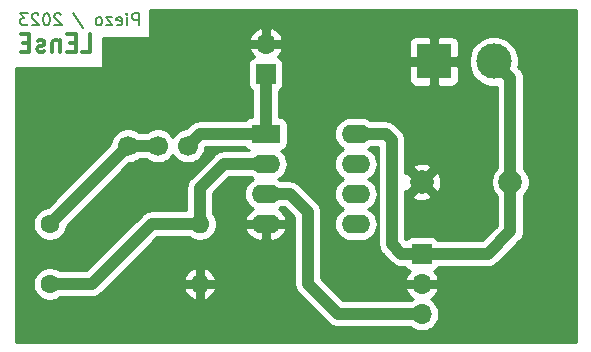
<source format=gbr>
%TF.GenerationSoftware,KiCad,Pcbnew,(5.1.6)-1*%
%TF.CreationDate,2023-06-29T19:29:05+02:00*%
%TF.ProjectId,carteAdaptationPiezo,63617274-6541-4646-9170-746174696f6e,rev?*%
%TF.SameCoordinates,Original*%
%TF.FileFunction,Copper,L2,Bot*%
%TF.FilePolarity,Positive*%
%FSLAX46Y46*%
G04 Gerber Fmt 4.6, Leading zero omitted, Abs format (unit mm)*
G04 Created by KiCad (PCBNEW (5.1.6)-1) date 2023-06-29 19:29:05*
%MOMM*%
%LPD*%
G01*
G04 APERTURE LIST*
%TA.AperFunction,NonConductor*%
%ADD10C,0.300000*%
%TD*%
%TA.AperFunction,NonConductor*%
%ADD11C,0.200000*%
%TD*%
%TA.AperFunction,ComponentPad*%
%ADD12C,2.000000*%
%TD*%
%TA.AperFunction,ComponentPad*%
%ADD13R,1.700000X1.700000*%
%TD*%
%TA.AperFunction,ComponentPad*%
%ADD14O,1.700000X1.700000*%
%TD*%
%TA.AperFunction,ComponentPad*%
%ADD15R,3.000000X3.000000*%
%TD*%
%TA.AperFunction,ComponentPad*%
%ADD16C,3.000000*%
%TD*%
%TA.AperFunction,ComponentPad*%
%ADD17C,1.600000*%
%TD*%
%TA.AperFunction,ComponentPad*%
%ADD18O,1.600000X1.600000*%
%TD*%
%TA.AperFunction,ComponentPad*%
%ADD19C,1.700000*%
%TD*%
%TA.AperFunction,ComponentPad*%
%ADD20R,2.400000X1.600000*%
%TD*%
%TA.AperFunction,ComponentPad*%
%ADD21O,2.400000X1.600000*%
%TD*%
%TA.AperFunction,Conductor*%
%ADD22C,1.000000*%
%TD*%
%TA.AperFunction,Conductor*%
%ADD23C,0.254000*%
%TD*%
G04 APERTURE END LIST*
D10*
X138322571Y-131742571D02*
X139036857Y-131742571D01*
X139036857Y-130242571D01*
X137822571Y-130956857D02*
X137322571Y-130956857D01*
X137108285Y-131742571D02*
X137822571Y-131742571D01*
X137822571Y-130242571D01*
X137108285Y-130242571D01*
X136465428Y-130742571D02*
X136465428Y-131742571D01*
X136465428Y-130885428D02*
X136394000Y-130814000D01*
X136251142Y-130742571D01*
X136036857Y-130742571D01*
X135894000Y-130814000D01*
X135822571Y-130956857D01*
X135822571Y-131742571D01*
X135179714Y-131671142D02*
X135036857Y-131742571D01*
X134751142Y-131742571D01*
X134608285Y-131671142D01*
X134536857Y-131528285D01*
X134536857Y-131456857D01*
X134608285Y-131314000D01*
X134751142Y-131242571D01*
X134965428Y-131242571D01*
X135108285Y-131171142D01*
X135179714Y-131028285D01*
X135179714Y-130956857D01*
X135108285Y-130814000D01*
X134965428Y-130742571D01*
X134751142Y-130742571D01*
X134608285Y-130814000D01*
X133894000Y-130956857D02*
X133394000Y-130956857D01*
X133179714Y-131742571D02*
X133894000Y-131742571D01*
X133894000Y-130242571D01*
X133179714Y-130242571D01*
D11*
X143152190Y-129484380D02*
X143152190Y-128484380D01*
X142771238Y-128484380D01*
X142676000Y-128532000D01*
X142628380Y-128579619D01*
X142580761Y-128674857D01*
X142580761Y-128817714D01*
X142628380Y-128912952D01*
X142676000Y-128960571D01*
X142771238Y-129008190D01*
X143152190Y-129008190D01*
X142152190Y-129484380D02*
X142152190Y-128817714D01*
X142152190Y-128484380D02*
X142199809Y-128532000D01*
X142152190Y-128579619D01*
X142104571Y-128532000D01*
X142152190Y-128484380D01*
X142152190Y-128579619D01*
X141295047Y-129436761D02*
X141390285Y-129484380D01*
X141580761Y-129484380D01*
X141676000Y-129436761D01*
X141723619Y-129341523D01*
X141723619Y-128960571D01*
X141676000Y-128865333D01*
X141580761Y-128817714D01*
X141390285Y-128817714D01*
X141295047Y-128865333D01*
X141247428Y-128960571D01*
X141247428Y-129055809D01*
X141723619Y-129151047D01*
X140914095Y-128817714D02*
X140390285Y-128817714D01*
X140914095Y-129484380D01*
X140390285Y-129484380D01*
X139866476Y-129484380D02*
X139961714Y-129436761D01*
X140009333Y-129389142D01*
X140056952Y-129293904D01*
X140056952Y-129008190D01*
X140009333Y-128912952D01*
X139961714Y-128865333D01*
X139866476Y-128817714D01*
X139723619Y-128817714D01*
X139628380Y-128865333D01*
X139580761Y-128912952D01*
X139533142Y-129008190D01*
X139533142Y-129293904D01*
X139580761Y-129389142D01*
X139628380Y-129436761D01*
X139723619Y-129484380D01*
X139866476Y-129484380D01*
X137628380Y-128436761D02*
X138485523Y-129722476D01*
X136580761Y-128579619D02*
X136533142Y-128532000D01*
X136437904Y-128484380D01*
X136199809Y-128484380D01*
X136104571Y-128532000D01*
X136056952Y-128579619D01*
X136009333Y-128674857D01*
X136009333Y-128770095D01*
X136056952Y-128912952D01*
X136628380Y-129484380D01*
X136009333Y-129484380D01*
X135390285Y-128484380D02*
X135295047Y-128484380D01*
X135199809Y-128532000D01*
X135152190Y-128579619D01*
X135104571Y-128674857D01*
X135056952Y-128865333D01*
X135056952Y-129103428D01*
X135104571Y-129293904D01*
X135152190Y-129389142D01*
X135199809Y-129436761D01*
X135295047Y-129484380D01*
X135390285Y-129484380D01*
X135485523Y-129436761D01*
X135533142Y-129389142D01*
X135580761Y-129293904D01*
X135628380Y-129103428D01*
X135628380Y-128865333D01*
X135580761Y-128674857D01*
X135533142Y-128579619D01*
X135485523Y-128532000D01*
X135390285Y-128484380D01*
X134676000Y-128579619D02*
X134628380Y-128532000D01*
X134533142Y-128484380D01*
X134295047Y-128484380D01*
X134199809Y-128532000D01*
X134152190Y-128579619D01*
X134104571Y-128674857D01*
X134104571Y-128770095D01*
X134152190Y-128912952D01*
X134723619Y-129484380D01*
X134104571Y-129484380D01*
X133771238Y-128484380D02*
X133152190Y-128484380D01*
X133485523Y-128865333D01*
X133342666Y-128865333D01*
X133247428Y-128912952D01*
X133199809Y-128960571D01*
X133152190Y-129055809D01*
X133152190Y-129293904D01*
X133199809Y-129389142D01*
X133247428Y-129436761D01*
X133342666Y-129484380D01*
X133628380Y-129484380D01*
X133723619Y-129436761D01*
X133771238Y-129389142D01*
D12*
%TO.P,C1,1*%
%TO.N,12V*%
X174632000Y-142748000D03*
%TO.P,C1,2*%
%TO.N,GND*%
X167132000Y-142748000D03*
%TD*%
D13*
%TO.P,J1,1*%
%TO.N,12V*%
X167132000Y-148844000D03*
D14*
%TO.P,J1,2*%
%TO.N,GND*%
X167132000Y-151384000D03*
%TO.P,J1,3*%
%TO.N,Net-(J1-Pad3)*%
X167132000Y-153924000D03*
%TD*%
D13*
%TO.P,J2,1*%
%TO.N,Net-(J2-Pad1)*%
X153924000Y-133604000D03*
D14*
%TO.P,J2,2*%
%TO.N,GND*%
X153924000Y-131064000D03*
%TD*%
D15*
%TO.P,J3,1*%
%TO.N,GND*%
X168148000Y-132549001D03*
D16*
%TO.P,J3,2*%
%TO.N,12V*%
X173228000Y-132549001D03*
%TD*%
D17*
%TO.P,R1,1*%
%TO.N,Net-(R1-Pad1)*%
X135636000Y-151384000D03*
D18*
%TO.P,R1,2*%
%TO.N,GND*%
X148336000Y-151384000D03*
%TD*%
%TO.P,R2,2*%
%TO.N,Net-(R1-Pad1)*%
X148336000Y-146304000D03*
D17*
%TO.P,R2,1*%
%TO.N,Net-(R2-Pad1)*%
X135636000Y-146304000D03*
%TD*%
D19*
%TO.P,RV1,1*%
%TO.N,Net-(J2-Pad1)*%
X147320000Y-139700000D03*
%TO.P,RV1,2*%
%TO.N,Net-(R2-Pad1)*%
X144780000Y-139700000D03*
%TO.P,RV1,3*%
X142240000Y-139700000D03*
%TD*%
D20*
%TO.P,U1,1*%
%TO.N,Net-(J2-Pad1)*%
X153924000Y-138684000D03*
D21*
%TO.P,U1,5*%
%TO.N,N/C*%
X161544000Y-146304000D03*
%TO.P,U1,2*%
%TO.N,Net-(R1-Pad1)*%
X153924000Y-141224000D03*
%TO.P,U1,6*%
%TO.N,N/C*%
X161544000Y-143764000D03*
%TO.P,U1,3*%
%TO.N,Net-(J1-Pad3)*%
X153924000Y-143764000D03*
%TO.P,U1,7*%
%TO.N,N/C*%
X161544000Y-141224000D03*
%TO.P,U1,4*%
%TO.N,GND*%
X153924000Y-146304000D03*
%TO.P,U1,8*%
%TO.N,12V*%
X161544000Y-138684000D03*
%TD*%
D22*
%TO.N,12V*%
X174632000Y-133953001D02*
X173228000Y-132549001D01*
X174632000Y-142748000D02*
X174632000Y-133953001D01*
X161544000Y-138684000D02*
X164084000Y-138684000D01*
X164084000Y-138684000D02*
X164592000Y-139192000D01*
X165398000Y-148844000D02*
X167132000Y-148844000D01*
X164592000Y-148038000D02*
X165398000Y-148844000D01*
X164592000Y-139192000D02*
X164592000Y-148038000D01*
X167132000Y-148844000D02*
X172720000Y-148844000D01*
X174632000Y-146932000D02*
X174632000Y-142748000D01*
X172720000Y-148844000D02*
X174632000Y-146932000D01*
%TO.N,Net-(J1-Pad3)*%
X157480000Y-151384000D02*
X160020000Y-153924000D01*
X157480000Y-145288000D02*
X157480000Y-151384000D01*
X153924000Y-143764000D02*
X155956000Y-143764000D01*
X160020000Y-153924000D02*
X167132000Y-153924000D01*
X155956000Y-143764000D02*
X157480000Y-145288000D01*
%TO.N,Net-(J2-Pad1)*%
X153924000Y-133604000D02*
X153924000Y-138684000D01*
X147320000Y-139700000D02*
X148336000Y-138684000D01*
X148336000Y-138684000D02*
X153924000Y-138684000D01*
%TO.N,Net-(R1-Pad1)*%
X135636000Y-151384000D02*
X139192000Y-151384000D01*
X144272000Y-146304000D02*
X148336000Y-146304000D01*
X139192000Y-151384000D02*
X144272000Y-146304000D01*
X148336000Y-146304000D02*
X148336000Y-143256000D01*
X150368000Y-141224000D02*
X153924000Y-141224000D01*
X148336000Y-143256000D02*
X150368000Y-141224000D01*
%TO.N,Net-(R2-Pad1)*%
X144780000Y-139700000D02*
X142240000Y-139700000D01*
X135636000Y-146304000D02*
X142240000Y-139700000D01*
%TD*%
D23*
%TO.N,GND*%
G36*
X180188001Y-156312000D02*
G01*
X132740000Y-156312000D01*
X132740000Y-146162665D01*
X134201000Y-146162665D01*
X134201000Y-146445335D01*
X134256147Y-146722574D01*
X134364320Y-146983727D01*
X134521363Y-147218759D01*
X134721241Y-147418637D01*
X134956273Y-147575680D01*
X135217426Y-147683853D01*
X135494665Y-147739000D01*
X135777335Y-147739000D01*
X136054574Y-147683853D01*
X136315727Y-147575680D01*
X136550759Y-147418637D01*
X136750637Y-147218759D01*
X136907680Y-146983727D01*
X137015853Y-146722574D01*
X137063850Y-146481281D01*
X142360132Y-141185000D01*
X142386260Y-141185000D01*
X142673158Y-141127932D01*
X142943411Y-141015990D01*
X143186632Y-140853475D01*
X143205107Y-140835000D01*
X143814893Y-140835000D01*
X143833368Y-140853475D01*
X144076589Y-141015990D01*
X144346842Y-141127932D01*
X144633740Y-141185000D01*
X144926260Y-141185000D01*
X145213158Y-141127932D01*
X145483411Y-141015990D01*
X145726632Y-140853475D01*
X145933475Y-140646632D01*
X146050000Y-140472240D01*
X146166525Y-140646632D01*
X146373368Y-140853475D01*
X146616589Y-141015990D01*
X146886842Y-141127932D01*
X147173740Y-141185000D01*
X147466260Y-141185000D01*
X147753158Y-141127932D01*
X148023411Y-141015990D01*
X148266632Y-140853475D01*
X148473475Y-140646632D01*
X148635990Y-140403411D01*
X148747932Y-140133158D01*
X148805000Y-139846260D01*
X148805000Y-139820132D01*
X148806132Y-139819000D01*
X152183043Y-139819000D01*
X152193463Y-139838494D01*
X152272815Y-139935185D01*
X152369506Y-140014537D01*
X152479820Y-140073502D01*
X152530910Y-140089000D01*
X150423751Y-140089000D01*
X150368000Y-140083509D01*
X150312248Y-140089000D01*
X150145501Y-140105423D01*
X149931553Y-140170324D01*
X149734377Y-140275716D01*
X149561551Y-140417551D01*
X149526009Y-140460859D01*
X147572860Y-142414009D01*
X147529552Y-142449551D01*
X147387717Y-142622377D01*
X147340709Y-142710324D01*
X147282324Y-142819554D01*
X147217423Y-143033502D01*
X147195509Y-143256000D01*
X147201001Y-143311761D01*
X147201000Y-145169000D01*
X144327751Y-145169000D01*
X144272000Y-145163509D01*
X144216248Y-145169000D01*
X144049501Y-145185423D01*
X143835553Y-145250324D01*
X143638377Y-145355716D01*
X143465551Y-145497551D01*
X143430011Y-145540857D01*
X138721869Y-150249000D01*
X136520284Y-150249000D01*
X136315727Y-150112320D01*
X136054574Y-150004147D01*
X135777335Y-149949000D01*
X135494665Y-149949000D01*
X135217426Y-150004147D01*
X134956273Y-150112320D01*
X134721241Y-150269363D01*
X134521363Y-150469241D01*
X134364320Y-150704273D01*
X134256147Y-150965426D01*
X134201000Y-151242665D01*
X134201000Y-151525335D01*
X134256147Y-151802574D01*
X134364320Y-152063727D01*
X134521363Y-152298759D01*
X134721241Y-152498637D01*
X134956273Y-152655680D01*
X135217426Y-152763853D01*
X135494665Y-152819000D01*
X135777335Y-152819000D01*
X136054574Y-152763853D01*
X136315727Y-152655680D01*
X136520284Y-152519000D01*
X139136249Y-152519000D01*
X139192000Y-152524491D01*
X139247751Y-152519000D01*
X139247752Y-152519000D01*
X139414499Y-152502577D01*
X139628447Y-152437676D01*
X139825623Y-152332284D01*
X139998449Y-152190449D01*
X140033996Y-152147135D01*
X140307108Y-151874023D01*
X146987259Y-151874023D01*
X147035790Y-151991212D01*
X147179234Y-152233203D01*
X147367132Y-152442560D01*
X147592263Y-152611237D01*
X147845976Y-152732752D01*
X148063000Y-152634053D01*
X148063000Y-151657000D01*
X148609000Y-151657000D01*
X148609000Y-152634053D01*
X148826024Y-152732752D01*
X149079737Y-152611237D01*
X149304868Y-152442560D01*
X149492766Y-152233203D01*
X149636210Y-151991212D01*
X149684741Y-151874023D01*
X149582710Y-151657000D01*
X148609000Y-151657000D01*
X148063000Y-151657000D01*
X147089290Y-151657000D01*
X146987259Y-151874023D01*
X140307108Y-151874023D01*
X141287154Y-150893977D01*
X146987259Y-150893977D01*
X147089290Y-151111000D01*
X148063000Y-151111000D01*
X148063000Y-150133947D01*
X148609000Y-150133947D01*
X148609000Y-151111000D01*
X149582710Y-151111000D01*
X149684741Y-150893977D01*
X149636210Y-150776788D01*
X149492766Y-150534797D01*
X149304868Y-150325440D01*
X149079737Y-150156763D01*
X148826024Y-150035248D01*
X148609000Y-150133947D01*
X148063000Y-150133947D01*
X147845976Y-150035248D01*
X147592263Y-150156763D01*
X147367132Y-150325440D01*
X147179234Y-150534797D01*
X147035790Y-150776788D01*
X146987259Y-150893977D01*
X141287154Y-150893977D01*
X144742132Y-147439000D01*
X147451716Y-147439000D01*
X147656273Y-147575680D01*
X147917426Y-147683853D01*
X148194665Y-147739000D01*
X148477335Y-147739000D01*
X148754574Y-147683853D01*
X149015727Y-147575680D01*
X149250759Y-147418637D01*
X149450637Y-147218759D01*
X149607680Y-146983727D01*
X149686257Y-146794023D01*
X152175259Y-146794023D01*
X152263064Y-147025145D01*
X152427981Y-147257285D01*
X152635017Y-147452791D01*
X152876217Y-147604149D01*
X153142310Y-147705543D01*
X153423072Y-147753077D01*
X153651000Y-147592275D01*
X153651000Y-146577000D01*
X154197000Y-146577000D01*
X154197000Y-147592275D01*
X154424928Y-147753077D01*
X154705690Y-147705543D01*
X154971783Y-147604149D01*
X155212983Y-147452791D01*
X155420019Y-147257285D01*
X155584936Y-147025145D01*
X155672741Y-146794023D01*
X155570710Y-146577000D01*
X154197000Y-146577000D01*
X153651000Y-146577000D01*
X152277290Y-146577000D01*
X152175259Y-146794023D01*
X149686257Y-146794023D01*
X149715853Y-146722574D01*
X149771000Y-146445335D01*
X149771000Y-146162665D01*
X149715853Y-145885426D01*
X149607680Y-145624273D01*
X149471000Y-145419716D01*
X149471000Y-143726131D01*
X150838132Y-142359000D01*
X152644998Y-142359000D01*
X152722899Y-142422932D01*
X152855858Y-142494000D01*
X152722899Y-142565068D01*
X152504392Y-142744392D01*
X152325068Y-142962899D01*
X152191818Y-143212192D01*
X152109764Y-143482691D01*
X152082057Y-143764000D01*
X152109764Y-144045309D01*
X152191818Y-144315808D01*
X152325068Y-144565101D01*
X152504392Y-144783608D01*
X152722899Y-144962932D01*
X152840907Y-145026009D01*
X152635017Y-145155209D01*
X152427981Y-145350715D01*
X152263064Y-145582855D01*
X152175259Y-145813977D01*
X152277290Y-146031000D01*
X153651000Y-146031000D01*
X153651000Y-146011000D01*
X154197000Y-146011000D01*
X154197000Y-146031000D01*
X155570710Y-146031000D01*
X155672741Y-145813977D01*
X155584936Y-145582855D01*
X155420019Y-145350715D01*
X155212983Y-145155209D01*
X155007093Y-145026009D01*
X155125101Y-144962932D01*
X155203002Y-144899000D01*
X155485869Y-144899000D01*
X156345000Y-145758132D01*
X156345001Y-151328239D01*
X156339509Y-151384000D01*
X156361423Y-151606498D01*
X156426324Y-151820446D01*
X156475384Y-151912230D01*
X156531717Y-152017623D01*
X156673552Y-152190449D01*
X156716860Y-152225991D01*
X159178009Y-154687141D01*
X159213551Y-154730449D01*
X159386377Y-154872284D01*
X159583553Y-154977676D01*
X159797501Y-155042577D01*
X159964248Y-155059000D01*
X159964257Y-155059000D01*
X160019999Y-155064490D01*
X160075741Y-155059000D01*
X166166893Y-155059000D01*
X166185368Y-155077475D01*
X166428589Y-155239990D01*
X166698842Y-155351932D01*
X166985740Y-155409000D01*
X167278260Y-155409000D01*
X167565158Y-155351932D01*
X167835411Y-155239990D01*
X168078632Y-155077475D01*
X168285475Y-154870632D01*
X168447990Y-154627411D01*
X168559932Y-154357158D01*
X168617000Y-154070260D01*
X168617000Y-153777740D01*
X168559932Y-153490842D01*
X168447990Y-153220589D01*
X168285475Y-152977368D01*
X168078632Y-152770525D01*
X167902067Y-152652548D01*
X168127462Y-152485958D01*
X168323316Y-152270579D01*
X168473388Y-152021129D01*
X168531012Y-151881985D01*
X168429848Y-151657000D01*
X167405000Y-151657000D01*
X167405000Y-151677000D01*
X166859000Y-151677000D01*
X166859000Y-151657000D01*
X165834152Y-151657000D01*
X165732988Y-151881985D01*
X165790612Y-152021129D01*
X165940684Y-152270579D01*
X166136538Y-152485958D01*
X166361933Y-152652548D01*
X166185368Y-152770525D01*
X166166893Y-152789000D01*
X160490132Y-152789000D01*
X158615000Y-150913869D01*
X158615000Y-145343741D01*
X158620490Y-145287999D01*
X158615000Y-145232257D01*
X158615000Y-145232248D01*
X158598577Y-145065501D01*
X158533676Y-144851553D01*
X158428284Y-144654377D01*
X158286449Y-144481551D01*
X158243140Y-144446009D01*
X156797996Y-143000865D01*
X156762449Y-142957551D01*
X156589623Y-142815716D01*
X156392447Y-142710324D01*
X156178499Y-142645423D01*
X156011752Y-142629000D01*
X156011751Y-142629000D01*
X155956000Y-142623509D01*
X155900249Y-142629000D01*
X155203002Y-142629000D01*
X155125101Y-142565068D01*
X154992142Y-142494000D01*
X155125101Y-142422932D01*
X155343608Y-142243608D01*
X155522932Y-142025101D01*
X155656182Y-141775808D01*
X155738236Y-141505309D01*
X155765943Y-141224000D01*
X155738236Y-140942691D01*
X155656182Y-140672192D01*
X155522932Y-140422899D01*
X155343608Y-140204392D01*
X155230518Y-140111581D01*
X155248482Y-140109812D01*
X155368180Y-140073502D01*
X155478494Y-140014537D01*
X155575185Y-139935185D01*
X155654537Y-139838494D01*
X155713502Y-139728180D01*
X155749812Y-139608482D01*
X155762072Y-139484000D01*
X155762072Y-138684000D01*
X159702057Y-138684000D01*
X159729764Y-138965309D01*
X159811818Y-139235808D01*
X159945068Y-139485101D01*
X160124392Y-139703608D01*
X160342899Y-139882932D01*
X160475858Y-139954000D01*
X160342899Y-140025068D01*
X160124392Y-140204392D01*
X159945068Y-140422899D01*
X159811818Y-140672192D01*
X159729764Y-140942691D01*
X159702057Y-141224000D01*
X159729764Y-141505309D01*
X159811818Y-141775808D01*
X159945068Y-142025101D01*
X160124392Y-142243608D01*
X160342899Y-142422932D01*
X160475858Y-142494000D01*
X160342899Y-142565068D01*
X160124392Y-142744392D01*
X159945068Y-142962899D01*
X159811818Y-143212192D01*
X159729764Y-143482691D01*
X159702057Y-143764000D01*
X159729764Y-144045309D01*
X159811818Y-144315808D01*
X159945068Y-144565101D01*
X160124392Y-144783608D01*
X160342899Y-144962932D01*
X160475858Y-145034000D01*
X160342899Y-145105068D01*
X160124392Y-145284392D01*
X159945068Y-145502899D01*
X159811818Y-145752192D01*
X159729764Y-146022691D01*
X159702057Y-146304000D01*
X159729764Y-146585309D01*
X159811818Y-146855808D01*
X159945068Y-147105101D01*
X160124392Y-147323608D01*
X160342899Y-147502932D01*
X160592192Y-147636182D01*
X160862691Y-147718236D01*
X161073508Y-147739000D01*
X162014492Y-147739000D01*
X162225309Y-147718236D01*
X162495808Y-147636182D01*
X162745101Y-147502932D01*
X162963608Y-147323608D01*
X163142932Y-147105101D01*
X163276182Y-146855808D01*
X163358236Y-146585309D01*
X163385943Y-146304000D01*
X163358236Y-146022691D01*
X163276182Y-145752192D01*
X163142932Y-145502899D01*
X162963608Y-145284392D01*
X162745101Y-145105068D01*
X162612142Y-145034000D01*
X162745101Y-144962932D01*
X162963608Y-144783608D01*
X163142932Y-144565101D01*
X163276182Y-144315808D01*
X163358236Y-144045309D01*
X163385943Y-143764000D01*
X163358236Y-143482691D01*
X163276182Y-143212192D01*
X163142932Y-142962899D01*
X162963608Y-142744392D01*
X162745101Y-142565068D01*
X162612142Y-142494000D01*
X162745101Y-142422932D01*
X162963608Y-142243608D01*
X163142932Y-142025101D01*
X163276182Y-141775808D01*
X163358236Y-141505309D01*
X163385943Y-141224000D01*
X163358236Y-140942691D01*
X163276182Y-140672192D01*
X163142932Y-140422899D01*
X162963608Y-140204392D01*
X162745101Y-140025068D01*
X162612142Y-139954000D01*
X162745101Y-139882932D01*
X162823002Y-139819000D01*
X163457000Y-139819000D01*
X163457001Y-147982239D01*
X163451509Y-148038000D01*
X163473423Y-148260498D01*
X163538324Y-148474446D01*
X163538325Y-148474447D01*
X163643717Y-148671623D01*
X163785552Y-148844449D01*
X163828860Y-148879991D01*
X164556008Y-149607140D01*
X164591551Y-149650449D01*
X164764377Y-149792284D01*
X164961553Y-149897676D01*
X165095076Y-149938180D01*
X165175500Y-149962577D01*
X165397999Y-149984491D01*
X165453751Y-149979000D01*
X165714317Y-149979000D01*
X165751463Y-150048494D01*
X165830815Y-150145185D01*
X165927506Y-150224537D01*
X166037820Y-150283502D01*
X166114154Y-150306658D01*
X165940684Y-150497421D01*
X165790612Y-150746871D01*
X165732988Y-150886015D01*
X165834152Y-151111000D01*
X166859000Y-151111000D01*
X166859000Y-151091000D01*
X167405000Y-151091000D01*
X167405000Y-151111000D01*
X168429848Y-151111000D01*
X168531012Y-150886015D01*
X168473388Y-150746871D01*
X168323316Y-150497421D01*
X168149846Y-150306658D01*
X168226180Y-150283502D01*
X168336494Y-150224537D01*
X168433185Y-150145185D01*
X168512537Y-150048494D01*
X168549683Y-149979000D01*
X172664249Y-149979000D01*
X172720000Y-149984491D01*
X172775751Y-149979000D01*
X172775752Y-149979000D01*
X172942499Y-149962577D01*
X173156447Y-149897676D01*
X173353623Y-149792284D01*
X173526449Y-149650449D01*
X173561996Y-149607135D01*
X175395141Y-147773991D01*
X175438449Y-147738449D01*
X175580284Y-147565623D01*
X175685676Y-147368447D01*
X175750577Y-147154499D01*
X175767000Y-146987752D01*
X175767000Y-146987743D01*
X175772490Y-146932001D01*
X175767000Y-146876259D01*
X175767000Y-143925239D01*
X175901987Y-143790252D01*
X176080918Y-143522463D01*
X176204168Y-143224912D01*
X176267000Y-142909033D01*
X176267000Y-142586967D01*
X176204168Y-142271088D01*
X176080918Y-141973537D01*
X175901987Y-141705748D01*
X175767000Y-141570761D01*
X175767000Y-134008753D01*
X175772491Y-133953001D01*
X175750577Y-133730502D01*
X175685676Y-133516554D01*
X175580284Y-133319378D01*
X175574347Y-133312144D01*
X175438449Y-133146552D01*
X175395140Y-133111009D01*
X175309977Y-133025846D01*
X175363000Y-132759280D01*
X175363000Y-132338722D01*
X175280953Y-131926245D01*
X175120012Y-131537699D01*
X174886363Y-131188018D01*
X174588983Y-130890638D01*
X174239302Y-130656989D01*
X173850756Y-130496048D01*
X173438279Y-130414001D01*
X173017721Y-130414001D01*
X172605244Y-130496048D01*
X172216698Y-130656989D01*
X171867017Y-130890638D01*
X171569637Y-131188018D01*
X171335988Y-131537699D01*
X171175047Y-131926245D01*
X171093000Y-132338722D01*
X171093000Y-132759280D01*
X171175047Y-133171757D01*
X171335988Y-133560303D01*
X171569637Y-133909984D01*
X171867017Y-134207364D01*
X172216698Y-134441013D01*
X172605244Y-134601954D01*
X173017721Y-134684001D01*
X173438279Y-134684001D01*
X173497001Y-134672320D01*
X173497000Y-141570761D01*
X173362013Y-141705748D01*
X173183082Y-141973537D01*
X173059832Y-142271088D01*
X172997000Y-142586967D01*
X172997000Y-142909033D01*
X173059832Y-143224912D01*
X173183082Y-143522463D01*
X173362013Y-143790252D01*
X173497001Y-143925240D01*
X173497000Y-146461868D01*
X172249869Y-147709000D01*
X168549683Y-147709000D01*
X168512537Y-147639506D01*
X168433185Y-147542815D01*
X168336494Y-147463463D01*
X168226180Y-147404498D01*
X168106482Y-147368188D01*
X167982000Y-147355928D01*
X166282000Y-147355928D01*
X166157518Y-147368188D01*
X166037820Y-147404498D01*
X165927506Y-147463463D01*
X165830815Y-147542815D01*
X165772727Y-147613596D01*
X165727000Y-147567869D01*
X165727000Y-143972594D01*
X166293487Y-143972594D01*
X166400608Y-144219130D01*
X166701665Y-144333550D01*
X167019259Y-144387038D01*
X167341186Y-144377540D01*
X167655074Y-144305418D01*
X167863392Y-144219130D01*
X167970513Y-143972594D01*
X167132000Y-143134080D01*
X166293487Y-143972594D01*
X165727000Y-143972594D01*
X165727000Y-143508126D01*
X165907406Y-143586513D01*
X166745920Y-142748000D01*
X167518080Y-142748000D01*
X168356594Y-143586513D01*
X168603130Y-143479392D01*
X168717550Y-143178335D01*
X168771038Y-142860741D01*
X168761540Y-142538814D01*
X168689418Y-142224926D01*
X168603130Y-142016608D01*
X168356594Y-141909487D01*
X167518080Y-142748000D01*
X166745920Y-142748000D01*
X165907406Y-141909487D01*
X165727000Y-141987874D01*
X165727000Y-141523406D01*
X166293487Y-141523406D01*
X167132000Y-142361920D01*
X167970513Y-141523406D01*
X167863392Y-141276870D01*
X167562335Y-141162450D01*
X167244741Y-141108962D01*
X166922814Y-141118460D01*
X166608926Y-141190582D01*
X166400608Y-141276870D01*
X166293487Y-141523406D01*
X165727000Y-141523406D01*
X165727000Y-139247741D01*
X165732490Y-139191999D01*
X165727000Y-139136257D01*
X165727000Y-139136248D01*
X165710577Y-138969501D01*
X165645676Y-138755553D01*
X165540284Y-138558377D01*
X165398449Y-138385551D01*
X165355135Y-138350004D01*
X164925996Y-137920865D01*
X164890449Y-137877551D01*
X164717623Y-137735716D01*
X164520447Y-137630324D01*
X164306499Y-137565423D01*
X164139752Y-137549000D01*
X164139751Y-137549000D01*
X164084000Y-137543509D01*
X164028249Y-137549000D01*
X162823002Y-137549000D01*
X162745101Y-137485068D01*
X162495808Y-137351818D01*
X162225309Y-137269764D01*
X162014492Y-137249000D01*
X161073508Y-137249000D01*
X160862691Y-137269764D01*
X160592192Y-137351818D01*
X160342899Y-137485068D01*
X160124392Y-137664392D01*
X159945068Y-137882899D01*
X159811818Y-138132192D01*
X159729764Y-138402691D01*
X159702057Y-138684000D01*
X155762072Y-138684000D01*
X155762072Y-137884000D01*
X155749812Y-137759518D01*
X155713502Y-137639820D01*
X155654537Y-137529506D01*
X155575185Y-137432815D01*
X155478494Y-137353463D01*
X155368180Y-137294498D01*
X155248482Y-137258188D01*
X155124000Y-137245928D01*
X155059000Y-137245928D01*
X155059000Y-135021683D01*
X155128494Y-134984537D01*
X155225185Y-134905185D01*
X155304537Y-134808494D01*
X155363502Y-134698180D01*
X155399812Y-134578482D01*
X155412072Y-134454000D01*
X155412072Y-134049001D01*
X166009928Y-134049001D01*
X166022188Y-134173483D01*
X166058498Y-134293181D01*
X166117463Y-134403495D01*
X166196815Y-134500186D01*
X166293506Y-134579538D01*
X166403820Y-134638503D01*
X166523518Y-134674813D01*
X166648000Y-134687073D01*
X167716250Y-134684001D01*
X167875000Y-134525251D01*
X167875000Y-132822001D01*
X168421000Y-132822001D01*
X168421000Y-134525251D01*
X168579750Y-134684001D01*
X169648000Y-134687073D01*
X169772482Y-134674813D01*
X169892180Y-134638503D01*
X170002494Y-134579538D01*
X170099185Y-134500186D01*
X170178537Y-134403495D01*
X170237502Y-134293181D01*
X170273812Y-134173483D01*
X170286072Y-134049001D01*
X170283000Y-132980751D01*
X170124250Y-132822001D01*
X168421000Y-132822001D01*
X167875000Y-132822001D01*
X166171750Y-132822001D01*
X166013000Y-132980751D01*
X166009928Y-134049001D01*
X155412072Y-134049001D01*
X155412072Y-132754000D01*
X155399812Y-132629518D01*
X155363502Y-132509820D01*
X155304537Y-132399506D01*
X155225185Y-132302815D01*
X155128494Y-132223463D01*
X155018180Y-132164498D01*
X154941846Y-132141342D01*
X155115316Y-131950579D01*
X155265388Y-131701129D01*
X155323012Y-131561985D01*
X155221848Y-131337000D01*
X154197000Y-131337000D01*
X154197000Y-131357000D01*
X153651000Y-131357000D01*
X153651000Y-131337000D01*
X152626152Y-131337000D01*
X152524988Y-131561985D01*
X152582612Y-131701129D01*
X152732684Y-131950579D01*
X152906154Y-132141342D01*
X152829820Y-132164498D01*
X152719506Y-132223463D01*
X152622815Y-132302815D01*
X152543463Y-132399506D01*
X152484498Y-132509820D01*
X152448188Y-132629518D01*
X152435928Y-132754000D01*
X152435928Y-134454000D01*
X152448188Y-134578482D01*
X152484498Y-134698180D01*
X152543463Y-134808494D01*
X152622815Y-134905185D01*
X152719506Y-134984537D01*
X152789000Y-135021683D01*
X152789001Y-137245928D01*
X152724000Y-137245928D01*
X152599518Y-137258188D01*
X152479820Y-137294498D01*
X152369506Y-137353463D01*
X152272815Y-137432815D01*
X152193463Y-137529506D01*
X152183043Y-137549000D01*
X148391751Y-137549000D01*
X148336000Y-137543509D01*
X148280248Y-137549000D01*
X148113501Y-137565423D01*
X147899553Y-137630324D01*
X147702377Y-137735716D01*
X147529551Y-137877551D01*
X147494008Y-137920860D01*
X147199868Y-138215000D01*
X147173740Y-138215000D01*
X146886842Y-138272068D01*
X146616589Y-138384010D01*
X146373368Y-138546525D01*
X146166525Y-138753368D01*
X146050000Y-138927760D01*
X145933475Y-138753368D01*
X145726632Y-138546525D01*
X145483411Y-138384010D01*
X145213158Y-138272068D01*
X144926260Y-138215000D01*
X144633740Y-138215000D01*
X144346842Y-138272068D01*
X144076589Y-138384010D01*
X143833368Y-138546525D01*
X143814893Y-138565000D01*
X143205107Y-138565000D01*
X143186632Y-138546525D01*
X142943411Y-138384010D01*
X142673158Y-138272068D01*
X142386260Y-138215000D01*
X142093740Y-138215000D01*
X141806842Y-138272068D01*
X141536589Y-138384010D01*
X141293368Y-138546525D01*
X141086525Y-138753368D01*
X140924010Y-138996589D01*
X140812068Y-139266842D01*
X140755000Y-139553740D01*
X140755000Y-139579868D01*
X135458719Y-144876150D01*
X135217426Y-144924147D01*
X134956273Y-145032320D01*
X134721241Y-145189363D01*
X134521363Y-145389241D01*
X134364320Y-145624273D01*
X134256147Y-145885426D01*
X134201000Y-146162665D01*
X132740000Y-146162665D01*
X132740000Y-133094000D01*
X140179000Y-133094000D01*
X140179000Y-131049001D01*
X166009928Y-131049001D01*
X166013000Y-132117251D01*
X166171750Y-132276001D01*
X167875000Y-132276001D01*
X167875000Y-130572751D01*
X168421000Y-130572751D01*
X168421000Y-132276001D01*
X170124250Y-132276001D01*
X170283000Y-132117251D01*
X170286072Y-131049001D01*
X170273812Y-130924519D01*
X170237502Y-130804821D01*
X170178537Y-130694507D01*
X170099185Y-130597816D01*
X170002494Y-130518464D01*
X169892180Y-130459499D01*
X169772482Y-130423189D01*
X169648000Y-130410929D01*
X168579750Y-130414001D01*
X168421000Y-130572751D01*
X167875000Y-130572751D01*
X167716250Y-130414001D01*
X166648000Y-130410929D01*
X166523518Y-130423189D01*
X166403820Y-130459499D01*
X166293506Y-130518464D01*
X166196815Y-130597816D01*
X166117463Y-130694507D01*
X166058498Y-130804821D01*
X166022188Y-130924519D01*
X166009928Y-131049001D01*
X140179000Y-131049001D01*
X140179000Y-130597000D01*
X144125286Y-130597000D01*
X144125286Y-130566015D01*
X152524988Y-130566015D01*
X152626152Y-130791000D01*
X153651000Y-130791000D01*
X153651000Y-129763049D01*
X154197000Y-129763049D01*
X154197000Y-130791000D01*
X155221848Y-130791000D01*
X155323012Y-130566015D01*
X155265388Y-130426871D01*
X155115316Y-130177421D01*
X154919462Y-129962042D01*
X154685353Y-129789011D01*
X154421986Y-129664977D01*
X154197000Y-129763049D01*
X153651000Y-129763049D01*
X153426014Y-129664977D01*
X153162647Y-129789011D01*
X152928538Y-129962042D01*
X152732684Y-130177421D01*
X152582612Y-130426871D01*
X152524988Y-130566015D01*
X144125286Y-130566015D01*
X144125286Y-128168000D01*
X180188000Y-128168000D01*
X180188001Y-156312000D01*
G37*
X180188001Y-156312000D02*
X132740000Y-156312000D01*
X132740000Y-146162665D01*
X134201000Y-146162665D01*
X134201000Y-146445335D01*
X134256147Y-146722574D01*
X134364320Y-146983727D01*
X134521363Y-147218759D01*
X134721241Y-147418637D01*
X134956273Y-147575680D01*
X135217426Y-147683853D01*
X135494665Y-147739000D01*
X135777335Y-147739000D01*
X136054574Y-147683853D01*
X136315727Y-147575680D01*
X136550759Y-147418637D01*
X136750637Y-147218759D01*
X136907680Y-146983727D01*
X137015853Y-146722574D01*
X137063850Y-146481281D01*
X142360132Y-141185000D01*
X142386260Y-141185000D01*
X142673158Y-141127932D01*
X142943411Y-141015990D01*
X143186632Y-140853475D01*
X143205107Y-140835000D01*
X143814893Y-140835000D01*
X143833368Y-140853475D01*
X144076589Y-141015990D01*
X144346842Y-141127932D01*
X144633740Y-141185000D01*
X144926260Y-141185000D01*
X145213158Y-141127932D01*
X145483411Y-141015990D01*
X145726632Y-140853475D01*
X145933475Y-140646632D01*
X146050000Y-140472240D01*
X146166525Y-140646632D01*
X146373368Y-140853475D01*
X146616589Y-141015990D01*
X146886842Y-141127932D01*
X147173740Y-141185000D01*
X147466260Y-141185000D01*
X147753158Y-141127932D01*
X148023411Y-141015990D01*
X148266632Y-140853475D01*
X148473475Y-140646632D01*
X148635990Y-140403411D01*
X148747932Y-140133158D01*
X148805000Y-139846260D01*
X148805000Y-139820132D01*
X148806132Y-139819000D01*
X152183043Y-139819000D01*
X152193463Y-139838494D01*
X152272815Y-139935185D01*
X152369506Y-140014537D01*
X152479820Y-140073502D01*
X152530910Y-140089000D01*
X150423751Y-140089000D01*
X150368000Y-140083509D01*
X150312248Y-140089000D01*
X150145501Y-140105423D01*
X149931553Y-140170324D01*
X149734377Y-140275716D01*
X149561551Y-140417551D01*
X149526009Y-140460859D01*
X147572860Y-142414009D01*
X147529552Y-142449551D01*
X147387717Y-142622377D01*
X147340709Y-142710324D01*
X147282324Y-142819554D01*
X147217423Y-143033502D01*
X147195509Y-143256000D01*
X147201001Y-143311761D01*
X147201000Y-145169000D01*
X144327751Y-145169000D01*
X144272000Y-145163509D01*
X144216248Y-145169000D01*
X144049501Y-145185423D01*
X143835553Y-145250324D01*
X143638377Y-145355716D01*
X143465551Y-145497551D01*
X143430011Y-145540857D01*
X138721869Y-150249000D01*
X136520284Y-150249000D01*
X136315727Y-150112320D01*
X136054574Y-150004147D01*
X135777335Y-149949000D01*
X135494665Y-149949000D01*
X135217426Y-150004147D01*
X134956273Y-150112320D01*
X134721241Y-150269363D01*
X134521363Y-150469241D01*
X134364320Y-150704273D01*
X134256147Y-150965426D01*
X134201000Y-151242665D01*
X134201000Y-151525335D01*
X134256147Y-151802574D01*
X134364320Y-152063727D01*
X134521363Y-152298759D01*
X134721241Y-152498637D01*
X134956273Y-152655680D01*
X135217426Y-152763853D01*
X135494665Y-152819000D01*
X135777335Y-152819000D01*
X136054574Y-152763853D01*
X136315727Y-152655680D01*
X136520284Y-152519000D01*
X139136249Y-152519000D01*
X139192000Y-152524491D01*
X139247751Y-152519000D01*
X139247752Y-152519000D01*
X139414499Y-152502577D01*
X139628447Y-152437676D01*
X139825623Y-152332284D01*
X139998449Y-152190449D01*
X140033996Y-152147135D01*
X140307108Y-151874023D01*
X146987259Y-151874023D01*
X147035790Y-151991212D01*
X147179234Y-152233203D01*
X147367132Y-152442560D01*
X147592263Y-152611237D01*
X147845976Y-152732752D01*
X148063000Y-152634053D01*
X148063000Y-151657000D01*
X148609000Y-151657000D01*
X148609000Y-152634053D01*
X148826024Y-152732752D01*
X149079737Y-152611237D01*
X149304868Y-152442560D01*
X149492766Y-152233203D01*
X149636210Y-151991212D01*
X149684741Y-151874023D01*
X149582710Y-151657000D01*
X148609000Y-151657000D01*
X148063000Y-151657000D01*
X147089290Y-151657000D01*
X146987259Y-151874023D01*
X140307108Y-151874023D01*
X141287154Y-150893977D01*
X146987259Y-150893977D01*
X147089290Y-151111000D01*
X148063000Y-151111000D01*
X148063000Y-150133947D01*
X148609000Y-150133947D01*
X148609000Y-151111000D01*
X149582710Y-151111000D01*
X149684741Y-150893977D01*
X149636210Y-150776788D01*
X149492766Y-150534797D01*
X149304868Y-150325440D01*
X149079737Y-150156763D01*
X148826024Y-150035248D01*
X148609000Y-150133947D01*
X148063000Y-150133947D01*
X147845976Y-150035248D01*
X147592263Y-150156763D01*
X147367132Y-150325440D01*
X147179234Y-150534797D01*
X147035790Y-150776788D01*
X146987259Y-150893977D01*
X141287154Y-150893977D01*
X144742132Y-147439000D01*
X147451716Y-147439000D01*
X147656273Y-147575680D01*
X147917426Y-147683853D01*
X148194665Y-147739000D01*
X148477335Y-147739000D01*
X148754574Y-147683853D01*
X149015727Y-147575680D01*
X149250759Y-147418637D01*
X149450637Y-147218759D01*
X149607680Y-146983727D01*
X149686257Y-146794023D01*
X152175259Y-146794023D01*
X152263064Y-147025145D01*
X152427981Y-147257285D01*
X152635017Y-147452791D01*
X152876217Y-147604149D01*
X153142310Y-147705543D01*
X153423072Y-147753077D01*
X153651000Y-147592275D01*
X153651000Y-146577000D01*
X154197000Y-146577000D01*
X154197000Y-147592275D01*
X154424928Y-147753077D01*
X154705690Y-147705543D01*
X154971783Y-147604149D01*
X155212983Y-147452791D01*
X155420019Y-147257285D01*
X155584936Y-147025145D01*
X155672741Y-146794023D01*
X155570710Y-146577000D01*
X154197000Y-146577000D01*
X153651000Y-146577000D01*
X152277290Y-146577000D01*
X152175259Y-146794023D01*
X149686257Y-146794023D01*
X149715853Y-146722574D01*
X149771000Y-146445335D01*
X149771000Y-146162665D01*
X149715853Y-145885426D01*
X149607680Y-145624273D01*
X149471000Y-145419716D01*
X149471000Y-143726131D01*
X150838132Y-142359000D01*
X152644998Y-142359000D01*
X152722899Y-142422932D01*
X152855858Y-142494000D01*
X152722899Y-142565068D01*
X152504392Y-142744392D01*
X152325068Y-142962899D01*
X152191818Y-143212192D01*
X152109764Y-143482691D01*
X152082057Y-143764000D01*
X152109764Y-144045309D01*
X152191818Y-144315808D01*
X152325068Y-144565101D01*
X152504392Y-144783608D01*
X152722899Y-144962932D01*
X152840907Y-145026009D01*
X152635017Y-145155209D01*
X152427981Y-145350715D01*
X152263064Y-145582855D01*
X152175259Y-145813977D01*
X152277290Y-146031000D01*
X153651000Y-146031000D01*
X153651000Y-146011000D01*
X154197000Y-146011000D01*
X154197000Y-146031000D01*
X155570710Y-146031000D01*
X155672741Y-145813977D01*
X155584936Y-145582855D01*
X155420019Y-145350715D01*
X155212983Y-145155209D01*
X155007093Y-145026009D01*
X155125101Y-144962932D01*
X155203002Y-144899000D01*
X155485869Y-144899000D01*
X156345000Y-145758132D01*
X156345001Y-151328239D01*
X156339509Y-151384000D01*
X156361423Y-151606498D01*
X156426324Y-151820446D01*
X156475384Y-151912230D01*
X156531717Y-152017623D01*
X156673552Y-152190449D01*
X156716860Y-152225991D01*
X159178009Y-154687141D01*
X159213551Y-154730449D01*
X159386377Y-154872284D01*
X159583553Y-154977676D01*
X159797501Y-155042577D01*
X159964248Y-155059000D01*
X159964257Y-155059000D01*
X160019999Y-155064490D01*
X160075741Y-155059000D01*
X166166893Y-155059000D01*
X166185368Y-155077475D01*
X166428589Y-155239990D01*
X166698842Y-155351932D01*
X166985740Y-155409000D01*
X167278260Y-155409000D01*
X167565158Y-155351932D01*
X167835411Y-155239990D01*
X168078632Y-155077475D01*
X168285475Y-154870632D01*
X168447990Y-154627411D01*
X168559932Y-154357158D01*
X168617000Y-154070260D01*
X168617000Y-153777740D01*
X168559932Y-153490842D01*
X168447990Y-153220589D01*
X168285475Y-152977368D01*
X168078632Y-152770525D01*
X167902067Y-152652548D01*
X168127462Y-152485958D01*
X168323316Y-152270579D01*
X168473388Y-152021129D01*
X168531012Y-151881985D01*
X168429848Y-151657000D01*
X167405000Y-151657000D01*
X167405000Y-151677000D01*
X166859000Y-151677000D01*
X166859000Y-151657000D01*
X165834152Y-151657000D01*
X165732988Y-151881985D01*
X165790612Y-152021129D01*
X165940684Y-152270579D01*
X166136538Y-152485958D01*
X166361933Y-152652548D01*
X166185368Y-152770525D01*
X166166893Y-152789000D01*
X160490132Y-152789000D01*
X158615000Y-150913869D01*
X158615000Y-145343741D01*
X158620490Y-145287999D01*
X158615000Y-145232257D01*
X158615000Y-145232248D01*
X158598577Y-145065501D01*
X158533676Y-144851553D01*
X158428284Y-144654377D01*
X158286449Y-144481551D01*
X158243140Y-144446009D01*
X156797996Y-143000865D01*
X156762449Y-142957551D01*
X156589623Y-142815716D01*
X156392447Y-142710324D01*
X156178499Y-142645423D01*
X156011752Y-142629000D01*
X156011751Y-142629000D01*
X155956000Y-142623509D01*
X155900249Y-142629000D01*
X155203002Y-142629000D01*
X155125101Y-142565068D01*
X154992142Y-142494000D01*
X155125101Y-142422932D01*
X155343608Y-142243608D01*
X155522932Y-142025101D01*
X155656182Y-141775808D01*
X155738236Y-141505309D01*
X155765943Y-141224000D01*
X155738236Y-140942691D01*
X155656182Y-140672192D01*
X155522932Y-140422899D01*
X155343608Y-140204392D01*
X155230518Y-140111581D01*
X155248482Y-140109812D01*
X155368180Y-140073502D01*
X155478494Y-140014537D01*
X155575185Y-139935185D01*
X155654537Y-139838494D01*
X155713502Y-139728180D01*
X155749812Y-139608482D01*
X155762072Y-139484000D01*
X155762072Y-138684000D01*
X159702057Y-138684000D01*
X159729764Y-138965309D01*
X159811818Y-139235808D01*
X159945068Y-139485101D01*
X160124392Y-139703608D01*
X160342899Y-139882932D01*
X160475858Y-139954000D01*
X160342899Y-140025068D01*
X160124392Y-140204392D01*
X159945068Y-140422899D01*
X159811818Y-140672192D01*
X159729764Y-140942691D01*
X159702057Y-141224000D01*
X159729764Y-141505309D01*
X159811818Y-141775808D01*
X159945068Y-142025101D01*
X160124392Y-142243608D01*
X160342899Y-142422932D01*
X160475858Y-142494000D01*
X160342899Y-142565068D01*
X160124392Y-142744392D01*
X159945068Y-142962899D01*
X159811818Y-143212192D01*
X159729764Y-143482691D01*
X159702057Y-143764000D01*
X159729764Y-144045309D01*
X159811818Y-144315808D01*
X159945068Y-144565101D01*
X160124392Y-144783608D01*
X160342899Y-144962932D01*
X160475858Y-145034000D01*
X160342899Y-145105068D01*
X160124392Y-145284392D01*
X159945068Y-145502899D01*
X159811818Y-145752192D01*
X159729764Y-146022691D01*
X159702057Y-146304000D01*
X159729764Y-146585309D01*
X159811818Y-146855808D01*
X159945068Y-147105101D01*
X160124392Y-147323608D01*
X160342899Y-147502932D01*
X160592192Y-147636182D01*
X160862691Y-147718236D01*
X161073508Y-147739000D01*
X162014492Y-147739000D01*
X162225309Y-147718236D01*
X162495808Y-147636182D01*
X162745101Y-147502932D01*
X162963608Y-147323608D01*
X163142932Y-147105101D01*
X163276182Y-146855808D01*
X163358236Y-146585309D01*
X163385943Y-146304000D01*
X163358236Y-146022691D01*
X163276182Y-145752192D01*
X163142932Y-145502899D01*
X162963608Y-145284392D01*
X162745101Y-145105068D01*
X162612142Y-145034000D01*
X162745101Y-144962932D01*
X162963608Y-144783608D01*
X163142932Y-144565101D01*
X163276182Y-144315808D01*
X163358236Y-144045309D01*
X163385943Y-143764000D01*
X163358236Y-143482691D01*
X163276182Y-143212192D01*
X163142932Y-142962899D01*
X162963608Y-142744392D01*
X162745101Y-142565068D01*
X162612142Y-142494000D01*
X162745101Y-142422932D01*
X162963608Y-142243608D01*
X163142932Y-142025101D01*
X163276182Y-141775808D01*
X163358236Y-141505309D01*
X163385943Y-141224000D01*
X163358236Y-140942691D01*
X163276182Y-140672192D01*
X163142932Y-140422899D01*
X162963608Y-140204392D01*
X162745101Y-140025068D01*
X162612142Y-139954000D01*
X162745101Y-139882932D01*
X162823002Y-139819000D01*
X163457000Y-139819000D01*
X163457001Y-147982239D01*
X163451509Y-148038000D01*
X163473423Y-148260498D01*
X163538324Y-148474446D01*
X163538325Y-148474447D01*
X163643717Y-148671623D01*
X163785552Y-148844449D01*
X163828860Y-148879991D01*
X164556008Y-149607140D01*
X164591551Y-149650449D01*
X164764377Y-149792284D01*
X164961553Y-149897676D01*
X165095076Y-149938180D01*
X165175500Y-149962577D01*
X165397999Y-149984491D01*
X165453751Y-149979000D01*
X165714317Y-149979000D01*
X165751463Y-150048494D01*
X165830815Y-150145185D01*
X165927506Y-150224537D01*
X166037820Y-150283502D01*
X166114154Y-150306658D01*
X165940684Y-150497421D01*
X165790612Y-150746871D01*
X165732988Y-150886015D01*
X165834152Y-151111000D01*
X166859000Y-151111000D01*
X166859000Y-151091000D01*
X167405000Y-151091000D01*
X167405000Y-151111000D01*
X168429848Y-151111000D01*
X168531012Y-150886015D01*
X168473388Y-150746871D01*
X168323316Y-150497421D01*
X168149846Y-150306658D01*
X168226180Y-150283502D01*
X168336494Y-150224537D01*
X168433185Y-150145185D01*
X168512537Y-150048494D01*
X168549683Y-149979000D01*
X172664249Y-149979000D01*
X172720000Y-149984491D01*
X172775751Y-149979000D01*
X172775752Y-149979000D01*
X172942499Y-149962577D01*
X173156447Y-149897676D01*
X173353623Y-149792284D01*
X173526449Y-149650449D01*
X173561996Y-149607135D01*
X175395141Y-147773991D01*
X175438449Y-147738449D01*
X175580284Y-147565623D01*
X175685676Y-147368447D01*
X175750577Y-147154499D01*
X175767000Y-146987752D01*
X175767000Y-146987743D01*
X175772490Y-146932001D01*
X175767000Y-146876259D01*
X175767000Y-143925239D01*
X175901987Y-143790252D01*
X176080918Y-143522463D01*
X176204168Y-143224912D01*
X176267000Y-142909033D01*
X176267000Y-142586967D01*
X176204168Y-142271088D01*
X176080918Y-141973537D01*
X175901987Y-141705748D01*
X175767000Y-141570761D01*
X175767000Y-134008753D01*
X175772491Y-133953001D01*
X175750577Y-133730502D01*
X175685676Y-133516554D01*
X175580284Y-133319378D01*
X175574347Y-133312144D01*
X175438449Y-133146552D01*
X175395140Y-133111009D01*
X175309977Y-133025846D01*
X175363000Y-132759280D01*
X175363000Y-132338722D01*
X175280953Y-131926245D01*
X175120012Y-131537699D01*
X174886363Y-131188018D01*
X174588983Y-130890638D01*
X174239302Y-130656989D01*
X173850756Y-130496048D01*
X173438279Y-130414001D01*
X173017721Y-130414001D01*
X172605244Y-130496048D01*
X172216698Y-130656989D01*
X171867017Y-130890638D01*
X171569637Y-131188018D01*
X171335988Y-131537699D01*
X171175047Y-131926245D01*
X171093000Y-132338722D01*
X171093000Y-132759280D01*
X171175047Y-133171757D01*
X171335988Y-133560303D01*
X171569637Y-133909984D01*
X171867017Y-134207364D01*
X172216698Y-134441013D01*
X172605244Y-134601954D01*
X173017721Y-134684001D01*
X173438279Y-134684001D01*
X173497001Y-134672320D01*
X173497000Y-141570761D01*
X173362013Y-141705748D01*
X173183082Y-141973537D01*
X173059832Y-142271088D01*
X172997000Y-142586967D01*
X172997000Y-142909033D01*
X173059832Y-143224912D01*
X173183082Y-143522463D01*
X173362013Y-143790252D01*
X173497001Y-143925240D01*
X173497000Y-146461868D01*
X172249869Y-147709000D01*
X168549683Y-147709000D01*
X168512537Y-147639506D01*
X168433185Y-147542815D01*
X168336494Y-147463463D01*
X168226180Y-147404498D01*
X168106482Y-147368188D01*
X167982000Y-147355928D01*
X166282000Y-147355928D01*
X166157518Y-147368188D01*
X166037820Y-147404498D01*
X165927506Y-147463463D01*
X165830815Y-147542815D01*
X165772727Y-147613596D01*
X165727000Y-147567869D01*
X165727000Y-143972594D01*
X166293487Y-143972594D01*
X166400608Y-144219130D01*
X166701665Y-144333550D01*
X167019259Y-144387038D01*
X167341186Y-144377540D01*
X167655074Y-144305418D01*
X167863392Y-144219130D01*
X167970513Y-143972594D01*
X167132000Y-143134080D01*
X166293487Y-143972594D01*
X165727000Y-143972594D01*
X165727000Y-143508126D01*
X165907406Y-143586513D01*
X166745920Y-142748000D01*
X167518080Y-142748000D01*
X168356594Y-143586513D01*
X168603130Y-143479392D01*
X168717550Y-143178335D01*
X168771038Y-142860741D01*
X168761540Y-142538814D01*
X168689418Y-142224926D01*
X168603130Y-142016608D01*
X168356594Y-141909487D01*
X167518080Y-142748000D01*
X166745920Y-142748000D01*
X165907406Y-141909487D01*
X165727000Y-141987874D01*
X165727000Y-141523406D01*
X166293487Y-141523406D01*
X167132000Y-142361920D01*
X167970513Y-141523406D01*
X167863392Y-141276870D01*
X167562335Y-141162450D01*
X167244741Y-141108962D01*
X166922814Y-141118460D01*
X166608926Y-141190582D01*
X166400608Y-141276870D01*
X166293487Y-141523406D01*
X165727000Y-141523406D01*
X165727000Y-139247741D01*
X165732490Y-139191999D01*
X165727000Y-139136257D01*
X165727000Y-139136248D01*
X165710577Y-138969501D01*
X165645676Y-138755553D01*
X165540284Y-138558377D01*
X165398449Y-138385551D01*
X165355135Y-138350004D01*
X164925996Y-137920865D01*
X164890449Y-137877551D01*
X164717623Y-137735716D01*
X164520447Y-137630324D01*
X164306499Y-137565423D01*
X164139752Y-137549000D01*
X164139751Y-137549000D01*
X164084000Y-137543509D01*
X164028249Y-137549000D01*
X162823002Y-137549000D01*
X162745101Y-137485068D01*
X162495808Y-137351818D01*
X162225309Y-137269764D01*
X162014492Y-137249000D01*
X161073508Y-137249000D01*
X160862691Y-137269764D01*
X160592192Y-137351818D01*
X160342899Y-137485068D01*
X160124392Y-137664392D01*
X159945068Y-137882899D01*
X159811818Y-138132192D01*
X159729764Y-138402691D01*
X159702057Y-138684000D01*
X155762072Y-138684000D01*
X155762072Y-137884000D01*
X155749812Y-137759518D01*
X155713502Y-137639820D01*
X155654537Y-137529506D01*
X155575185Y-137432815D01*
X155478494Y-137353463D01*
X155368180Y-137294498D01*
X155248482Y-137258188D01*
X155124000Y-137245928D01*
X155059000Y-137245928D01*
X155059000Y-135021683D01*
X155128494Y-134984537D01*
X155225185Y-134905185D01*
X155304537Y-134808494D01*
X155363502Y-134698180D01*
X155399812Y-134578482D01*
X155412072Y-134454000D01*
X155412072Y-134049001D01*
X166009928Y-134049001D01*
X166022188Y-134173483D01*
X166058498Y-134293181D01*
X166117463Y-134403495D01*
X166196815Y-134500186D01*
X166293506Y-134579538D01*
X166403820Y-134638503D01*
X166523518Y-134674813D01*
X166648000Y-134687073D01*
X167716250Y-134684001D01*
X167875000Y-134525251D01*
X167875000Y-132822001D01*
X168421000Y-132822001D01*
X168421000Y-134525251D01*
X168579750Y-134684001D01*
X169648000Y-134687073D01*
X169772482Y-134674813D01*
X169892180Y-134638503D01*
X170002494Y-134579538D01*
X170099185Y-134500186D01*
X170178537Y-134403495D01*
X170237502Y-134293181D01*
X170273812Y-134173483D01*
X170286072Y-134049001D01*
X170283000Y-132980751D01*
X170124250Y-132822001D01*
X168421000Y-132822001D01*
X167875000Y-132822001D01*
X166171750Y-132822001D01*
X166013000Y-132980751D01*
X166009928Y-134049001D01*
X155412072Y-134049001D01*
X155412072Y-132754000D01*
X155399812Y-132629518D01*
X155363502Y-132509820D01*
X155304537Y-132399506D01*
X155225185Y-132302815D01*
X155128494Y-132223463D01*
X155018180Y-132164498D01*
X154941846Y-132141342D01*
X155115316Y-131950579D01*
X155265388Y-131701129D01*
X155323012Y-131561985D01*
X155221848Y-131337000D01*
X154197000Y-131337000D01*
X154197000Y-131357000D01*
X153651000Y-131357000D01*
X153651000Y-131337000D01*
X152626152Y-131337000D01*
X152524988Y-131561985D01*
X152582612Y-131701129D01*
X152732684Y-131950579D01*
X152906154Y-132141342D01*
X152829820Y-132164498D01*
X152719506Y-132223463D01*
X152622815Y-132302815D01*
X152543463Y-132399506D01*
X152484498Y-132509820D01*
X152448188Y-132629518D01*
X152435928Y-132754000D01*
X152435928Y-134454000D01*
X152448188Y-134578482D01*
X152484498Y-134698180D01*
X152543463Y-134808494D01*
X152622815Y-134905185D01*
X152719506Y-134984537D01*
X152789000Y-135021683D01*
X152789001Y-137245928D01*
X152724000Y-137245928D01*
X152599518Y-137258188D01*
X152479820Y-137294498D01*
X152369506Y-137353463D01*
X152272815Y-137432815D01*
X152193463Y-137529506D01*
X152183043Y-137549000D01*
X148391751Y-137549000D01*
X148336000Y-137543509D01*
X148280248Y-137549000D01*
X148113501Y-137565423D01*
X147899553Y-137630324D01*
X147702377Y-137735716D01*
X147529551Y-137877551D01*
X147494008Y-137920860D01*
X147199868Y-138215000D01*
X147173740Y-138215000D01*
X146886842Y-138272068D01*
X146616589Y-138384010D01*
X146373368Y-138546525D01*
X146166525Y-138753368D01*
X146050000Y-138927760D01*
X145933475Y-138753368D01*
X145726632Y-138546525D01*
X145483411Y-138384010D01*
X145213158Y-138272068D01*
X144926260Y-138215000D01*
X144633740Y-138215000D01*
X144346842Y-138272068D01*
X144076589Y-138384010D01*
X143833368Y-138546525D01*
X143814893Y-138565000D01*
X143205107Y-138565000D01*
X143186632Y-138546525D01*
X142943411Y-138384010D01*
X142673158Y-138272068D01*
X142386260Y-138215000D01*
X142093740Y-138215000D01*
X141806842Y-138272068D01*
X141536589Y-138384010D01*
X141293368Y-138546525D01*
X141086525Y-138753368D01*
X140924010Y-138996589D01*
X140812068Y-139266842D01*
X140755000Y-139553740D01*
X140755000Y-139579868D01*
X135458719Y-144876150D01*
X135217426Y-144924147D01*
X134956273Y-145032320D01*
X134721241Y-145189363D01*
X134521363Y-145389241D01*
X134364320Y-145624273D01*
X134256147Y-145885426D01*
X134201000Y-146162665D01*
X132740000Y-146162665D01*
X132740000Y-133094000D01*
X140179000Y-133094000D01*
X140179000Y-131049001D01*
X166009928Y-131049001D01*
X166013000Y-132117251D01*
X166171750Y-132276001D01*
X167875000Y-132276001D01*
X167875000Y-130572751D01*
X168421000Y-130572751D01*
X168421000Y-132276001D01*
X170124250Y-132276001D01*
X170283000Y-132117251D01*
X170286072Y-131049001D01*
X170273812Y-130924519D01*
X170237502Y-130804821D01*
X170178537Y-130694507D01*
X170099185Y-130597816D01*
X170002494Y-130518464D01*
X169892180Y-130459499D01*
X169772482Y-130423189D01*
X169648000Y-130410929D01*
X168579750Y-130414001D01*
X168421000Y-130572751D01*
X167875000Y-130572751D01*
X167716250Y-130414001D01*
X166648000Y-130410929D01*
X166523518Y-130423189D01*
X166403820Y-130459499D01*
X166293506Y-130518464D01*
X166196815Y-130597816D01*
X166117463Y-130694507D01*
X166058498Y-130804821D01*
X166022188Y-130924519D01*
X166009928Y-131049001D01*
X140179000Y-131049001D01*
X140179000Y-130597000D01*
X144125286Y-130597000D01*
X144125286Y-130566015D01*
X152524988Y-130566015D01*
X152626152Y-130791000D01*
X153651000Y-130791000D01*
X153651000Y-129763049D01*
X154197000Y-129763049D01*
X154197000Y-130791000D01*
X155221848Y-130791000D01*
X155323012Y-130566015D01*
X155265388Y-130426871D01*
X155115316Y-130177421D01*
X154919462Y-129962042D01*
X154685353Y-129789011D01*
X154421986Y-129664977D01*
X154197000Y-129763049D01*
X153651000Y-129763049D01*
X153426014Y-129664977D01*
X153162647Y-129789011D01*
X152928538Y-129962042D01*
X152732684Y-130177421D01*
X152582612Y-130426871D01*
X152524988Y-130566015D01*
X144125286Y-130566015D01*
X144125286Y-128168000D01*
X180188000Y-128168000D01*
X180188001Y-156312000D01*
%TD*%
M02*

</source>
